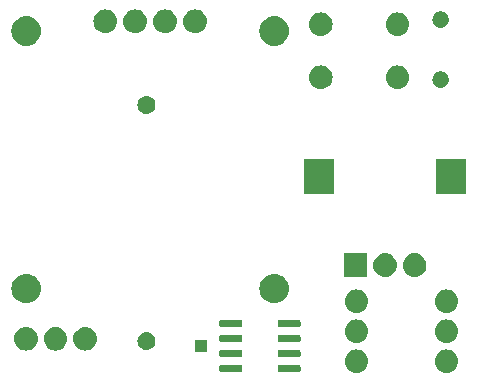
<source format=gts>
%TF.GenerationSoftware,KiCad,Pcbnew,7.0.10*%
%TF.CreationDate,2024-03-16T13:48:46+09:00*%
%TF.ProjectId,damecan,64616d65-6361-46e2-9e6b-696361645f70,rev?*%
%TF.SameCoordinates,Original*%
%TF.FileFunction,Soldermask,Top*%
%TF.FilePolarity,Negative*%
%FSLAX46Y46*%
G04 Gerber Fmt 4.6, Leading zero omitted, Abs format (unit mm)*
G04 Created by KiCad (PCBNEW 7.0.10) date 2024-03-16 13:48:46*
%MOMM*%
%LPD*%
G01*
G04 APERTURE LIST*
G04 APERTURE END LIST*
G36*
X186275090Y-97199215D02*
G01*
X186462683Y-97256120D01*
X186635570Y-97348530D01*
X186787107Y-97472893D01*
X186911470Y-97624430D01*
X187003880Y-97797317D01*
X187060785Y-97984910D01*
X187080000Y-98180000D01*
X187060785Y-98375090D01*
X187003880Y-98562683D01*
X186911470Y-98735570D01*
X186787107Y-98887107D01*
X186635570Y-99011470D01*
X186462683Y-99103880D01*
X186275090Y-99160785D01*
X186080000Y-99180000D01*
X185884910Y-99160785D01*
X185697317Y-99103880D01*
X185524430Y-99011470D01*
X185372893Y-98887107D01*
X185248530Y-98735570D01*
X185156120Y-98562683D01*
X185099215Y-98375090D01*
X185080000Y-98180000D01*
X185099215Y-97984910D01*
X185156120Y-97797317D01*
X185248530Y-97624430D01*
X185372893Y-97472893D01*
X185524430Y-97348530D01*
X185697317Y-97256120D01*
X185884910Y-97199215D01*
X186080000Y-97180000D01*
X186275090Y-97199215D01*
G37*
G36*
X193895090Y-97199215D02*
G01*
X194082683Y-97256120D01*
X194255570Y-97348530D01*
X194407107Y-97472893D01*
X194531470Y-97624430D01*
X194623880Y-97797317D01*
X194680785Y-97984910D01*
X194700000Y-98180000D01*
X194680785Y-98375090D01*
X194623880Y-98562683D01*
X194531470Y-98735570D01*
X194407107Y-98887107D01*
X194255570Y-99011470D01*
X194082683Y-99103880D01*
X193895090Y-99160785D01*
X193700000Y-99180000D01*
X193504910Y-99160785D01*
X193317317Y-99103880D01*
X193144430Y-99011470D01*
X192992893Y-98887107D01*
X192868530Y-98735570D01*
X192776120Y-98562683D01*
X192719215Y-98375090D01*
X192700000Y-98180000D01*
X192719215Y-97984910D01*
X192776120Y-97797317D01*
X192868530Y-97624430D01*
X192992893Y-97472893D01*
X193144430Y-97348530D01*
X193317317Y-97256120D01*
X193504910Y-97199215D01*
X193700000Y-97180000D01*
X193895090Y-97199215D01*
G37*
G36*
X176307403Y-98516418D02*
G01*
X176356066Y-98548934D01*
X176388582Y-98597597D01*
X176400000Y-98655000D01*
X176400000Y-98955000D01*
X176388582Y-99012403D01*
X176356066Y-99061066D01*
X176307403Y-99093582D01*
X176250000Y-99105000D01*
X174600000Y-99105000D01*
X174542597Y-99093582D01*
X174493934Y-99061066D01*
X174461418Y-99012403D01*
X174450000Y-98955000D01*
X174450000Y-98655000D01*
X174461418Y-98597597D01*
X174493934Y-98548934D01*
X174542597Y-98516418D01*
X174600000Y-98505000D01*
X176250000Y-98505000D01*
X176307403Y-98516418D01*
G37*
G36*
X181257403Y-98516418D02*
G01*
X181306066Y-98548934D01*
X181338582Y-98597597D01*
X181350000Y-98655000D01*
X181350000Y-98955000D01*
X181338582Y-99012403D01*
X181306066Y-99061066D01*
X181257403Y-99093582D01*
X181200000Y-99105000D01*
X179550000Y-99105000D01*
X179492597Y-99093582D01*
X179443934Y-99061066D01*
X179411418Y-99012403D01*
X179400000Y-98955000D01*
X179400000Y-98655000D01*
X179411418Y-98597597D01*
X179443934Y-98548934D01*
X179492597Y-98516418D01*
X179550000Y-98505000D01*
X181200000Y-98505000D01*
X181257403Y-98516418D01*
G37*
G36*
X176307403Y-97246418D02*
G01*
X176356066Y-97278934D01*
X176388582Y-97327597D01*
X176400000Y-97385000D01*
X176400000Y-97685000D01*
X176388582Y-97742403D01*
X176356066Y-97791066D01*
X176307403Y-97823582D01*
X176250000Y-97835000D01*
X174600000Y-97835000D01*
X174542597Y-97823582D01*
X174493934Y-97791066D01*
X174461418Y-97742403D01*
X174450000Y-97685000D01*
X174450000Y-97385000D01*
X174461418Y-97327597D01*
X174493934Y-97278934D01*
X174542597Y-97246418D01*
X174600000Y-97235000D01*
X176250000Y-97235000D01*
X176307403Y-97246418D01*
G37*
G36*
X181257403Y-97246418D02*
G01*
X181306066Y-97278934D01*
X181338582Y-97327597D01*
X181350000Y-97385000D01*
X181350000Y-97685000D01*
X181338582Y-97742403D01*
X181306066Y-97791066D01*
X181257403Y-97823582D01*
X181200000Y-97835000D01*
X179550000Y-97835000D01*
X179492597Y-97823582D01*
X179443934Y-97791066D01*
X179411418Y-97742403D01*
X179400000Y-97685000D01*
X179400000Y-97385000D01*
X179411418Y-97327597D01*
X179443934Y-97278934D01*
X179492597Y-97246418D01*
X179550000Y-97235000D01*
X181200000Y-97235000D01*
X181257403Y-97246418D01*
G37*
G36*
X173400000Y-97400000D02*
G01*
X172400000Y-97400000D01*
X172400000Y-96400000D01*
X173400000Y-96400000D01*
X173400000Y-97400000D01*
G37*
G36*
X158295090Y-95319215D02*
G01*
X158482683Y-95376120D01*
X158655570Y-95468530D01*
X158807107Y-95592893D01*
X158931470Y-95744430D01*
X159023880Y-95917317D01*
X159080785Y-96104910D01*
X159100000Y-96300000D01*
X159080785Y-96495090D01*
X159023880Y-96682683D01*
X158931470Y-96855570D01*
X158807107Y-97007107D01*
X158655570Y-97131470D01*
X158482683Y-97223880D01*
X158295090Y-97280785D01*
X158100000Y-97300000D01*
X157904910Y-97280785D01*
X157717317Y-97223880D01*
X157544430Y-97131470D01*
X157392893Y-97007107D01*
X157268530Y-96855570D01*
X157176120Y-96682683D01*
X157119215Y-96495090D01*
X157100000Y-96300000D01*
X157119215Y-96104910D01*
X157176120Y-95917317D01*
X157268530Y-95744430D01*
X157392893Y-95592893D01*
X157544430Y-95468530D01*
X157717317Y-95376120D01*
X157904910Y-95319215D01*
X158100000Y-95300000D01*
X158295090Y-95319215D01*
G37*
G36*
X160795090Y-95319215D02*
G01*
X160982683Y-95376120D01*
X161155570Y-95468530D01*
X161307107Y-95592893D01*
X161431470Y-95744430D01*
X161523880Y-95917317D01*
X161580785Y-96104910D01*
X161600000Y-96300000D01*
X161580785Y-96495090D01*
X161523880Y-96682683D01*
X161431470Y-96855570D01*
X161307107Y-97007107D01*
X161155570Y-97131470D01*
X160982683Y-97223880D01*
X160795090Y-97280785D01*
X160600000Y-97300000D01*
X160404910Y-97280785D01*
X160217317Y-97223880D01*
X160044430Y-97131470D01*
X159892893Y-97007107D01*
X159768530Y-96855570D01*
X159676120Y-96682683D01*
X159619215Y-96495090D01*
X159600000Y-96300000D01*
X159619215Y-96104910D01*
X159676120Y-95917317D01*
X159768530Y-95744430D01*
X159892893Y-95592893D01*
X160044430Y-95468530D01*
X160217317Y-95376120D01*
X160404910Y-95319215D01*
X160600000Y-95300000D01*
X160795090Y-95319215D01*
G37*
G36*
X163295090Y-95319215D02*
G01*
X163482683Y-95376120D01*
X163655570Y-95468530D01*
X163807107Y-95592893D01*
X163931470Y-95744430D01*
X164023880Y-95917317D01*
X164080785Y-96104910D01*
X164100000Y-96300000D01*
X164080785Y-96495090D01*
X164023880Y-96682683D01*
X163931470Y-96855570D01*
X163807107Y-97007107D01*
X163655570Y-97131470D01*
X163482683Y-97223880D01*
X163295090Y-97280785D01*
X163100000Y-97300000D01*
X162904910Y-97280785D01*
X162717317Y-97223880D01*
X162544430Y-97131470D01*
X162392893Y-97007107D01*
X162268530Y-96855570D01*
X162176120Y-96682683D01*
X162119215Y-96495090D01*
X162100000Y-96300000D01*
X162119215Y-96104910D01*
X162176120Y-95917317D01*
X162268530Y-95744430D01*
X162392893Y-95592893D01*
X162544430Y-95468530D01*
X162717317Y-95376120D01*
X162904910Y-95319215D01*
X163100000Y-95300000D01*
X163295090Y-95319215D01*
G37*
G36*
X168469561Y-95757105D02*
G01*
X168630619Y-95813462D01*
X168775099Y-95904244D01*
X168895756Y-96024901D01*
X168986538Y-96169381D01*
X169042895Y-96330439D01*
X169062000Y-96500000D01*
X169042895Y-96669561D01*
X168986538Y-96830619D01*
X168895756Y-96975099D01*
X168775099Y-97095756D01*
X168630619Y-97186538D01*
X168469561Y-97242895D01*
X168300000Y-97262000D01*
X168130439Y-97242895D01*
X167969381Y-97186538D01*
X167824901Y-97095756D01*
X167704244Y-96975099D01*
X167613462Y-96830619D01*
X167557105Y-96669561D01*
X167538000Y-96500000D01*
X167557105Y-96330439D01*
X167613462Y-96169381D01*
X167704244Y-96024901D01*
X167824901Y-95904244D01*
X167969381Y-95813462D01*
X168130439Y-95757105D01*
X168300000Y-95738000D01*
X168469561Y-95757105D01*
G37*
G36*
X186275090Y-94659215D02*
G01*
X186462683Y-94716120D01*
X186635570Y-94808530D01*
X186787107Y-94932893D01*
X186911470Y-95084430D01*
X187003880Y-95257317D01*
X187060785Y-95444910D01*
X187080000Y-95640000D01*
X187060785Y-95835090D01*
X187003880Y-96022683D01*
X186911470Y-96195570D01*
X186787107Y-96347107D01*
X186635570Y-96471470D01*
X186462683Y-96563880D01*
X186275090Y-96620785D01*
X186080000Y-96640000D01*
X185884910Y-96620785D01*
X185697317Y-96563880D01*
X185524430Y-96471470D01*
X185372893Y-96347107D01*
X185248530Y-96195570D01*
X185156120Y-96022683D01*
X185099215Y-95835090D01*
X185080000Y-95640000D01*
X185099215Y-95444910D01*
X185156120Y-95257317D01*
X185248530Y-95084430D01*
X185372893Y-94932893D01*
X185524430Y-94808530D01*
X185697317Y-94716120D01*
X185884910Y-94659215D01*
X186080000Y-94640000D01*
X186275090Y-94659215D01*
G37*
G36*
X193895090Y-94659215D02*
G01*
X194082683Y-94716120D01*
X194255570Y-94808530D01*
X194407107Y-94932893D01*
X194531470Y-95084430D01*
X194623880Y-95257317D01*
X194680785Y-95444910D01*
X194700000Y-95640000D01*
X194680785Y-95835090D01*
X194623880Y-96022683D01*
X194531470Y-96195570D01*
X194407107Y-96347107D01*
X194255570Y-96471470D01*
X194082683Y-96563880D01*
X193895090Y-96620785D01*
X193700000Y-96640000D01*
X193504910Y-96620785D01*
X193317317Y-96563880D01*
X193144430Y-96471470D01*
X192992893Y-96347107D01*
X192868530Y-96195570D01*
X192776120Y-96022683D01*
X192719215Y-95835090D01*
X192700000Y-95640000D01*
X192719215Y-95444910D01*
X192776120Y-95257317D01*
X192868530Y-95084430D01*
X192992893Y-94932893D01*
X193144430Y-94808530D01*
X193317317Y-94716120D01*
X193504910Y-94659215D01*
X193700000Y-94640000D01*
X193895090Y-94659215D01*
G37*
G36*
X176307403Y-95976418D02*
G01*
X176356066Y-96008934D01*
X176388582Y-96057597D01*
X176400000Y-96115000D01*
X176400000Y-96415000D01*
X176388582Y-96472403D01*
X176356066Y-96521066D01*
X176307403Y-96553582D01*
X176250000Y-96565000D01*
X174600000Y-96565000D01*
X174542597Y-96553582D01*
X174493934Y-96521066D01*
X174461418Y-96472403D01*
X174450000Y-96415000D01*
X174450000Y-96115000D01*
X174461418Y-96057597D01*
X174493934Y-96008934D01*
X174542597Y-95976418D01*
X174600000Y-95965000D01*
X176250000Y-95965000D01*
X176307403Y-95976418D01*
G37*
G36*
X181257403Y-95976418D02*
G01*
X181306066Y-96008934D01*
X181338582Y-96057597D01*
X181350000Y-96115000D01*
X181350000Y-96415000D01*
X181338582Y-96472403D01*
X181306066Y-96521066D01*
X181257403Y-96553582D01*
X181200000Y-96565000D01*
X179550000Y-96565000D01*
X179492597Y-96553582D01*
X179443934Y-96521066D01*
X179411418Y-96472403D01*
X179400000Y-96415000D01*
X179400000Y-96115000D01*
X179411418Y-96057597D01*
X179443934Y-96008934D01*
X179492597Y-95976418D01*
X179550000Y-95965000D01*
X181200000Y-95965000D01*
X181257403Y-95976418D01*
G37*
G36*
X176307403Y-94706418D02*
G01*
X176356066Y-94738934D01*
X176388582Y-94787597D01*
X176400000Y-94845000D01*
X176400000Y-95145000D01*
X176388582Y-95202403D01*
X176356066Y-95251066D01*
X176307403Y-95283582D01*
X176250000Y-95295000D01*
X174600000Y-95295000D01*
X174542597Y-95283582D01*
X174493934Y-95251066D01*
X174461418Y-95202403D01*
X174450000Y-95145000D01*
X174450000Y-94845000D01*
X174461418Y-94787597D01*
X174493934Y-94738934D01*
X174542597Y-94706418D01*
X174600000Y-94695000D01*
X176250000Y-94695000D01*
X176307403Y-94706418D01*
G37*
G36*
X181257403Y-94706418D02*
G01*
X181306066Y-94738934D01*
X181338582Y-94787597D01*
X181350000Y-94845000D01*
X181350000Y-95145000D01*
X181338582Y-95202403D01*
X181306066Y-95251066D01*
X181257403Y-95283582D01*
X181200000Y-95295000D01*
X179550000Y-95295000D01*
X179492597Y-95283582D01*
X179443934Y-95251066D01*
X179411418Y-95202403D01*
X179400000Y-95145000D01*
X179400000Y-94845000D01*
X179411418Y-94787597D01*
X179443934Y-94738934D01*
X179492597Y-94706418D01*
X179550000Y-94695000D01*
X181200000Y-94695000D01*
X181257403Y-94706418D01*
G37*
G36*
X186275090Y-92119215D02*
G01*
X186462683Y-92176120D01*
X186635570Y-92268530D01*
X186787107Y-92392893D01*
X186911470Y-92544430D01*
X187003880Y-92717317D01*
X187060785Y-92904910D01*
X187080000Y-93100000D01*
X187060785Y-93295090D01*
X187003880Y-93482683D01*
X186911470Y-93655570D01*
X186787107Y-93807107D01*
X186635570Y-93931470D01*
X186462683Y-94023880D01*
X186275090Y-94080785D01*
X186080000Y-94100000D01*
X185884910Y-94080785D01*
X185697317Y-94023880D01*
X185524430Y-93931470D01*
X185372893Y-93807107D01*
X185248530Y-93655570D01*
X185156120Y-93482683D01*
X185099215Y-93295090D01*
X185080000Y-93100000D01*
X185099215Y-92904910D01*
X185156120Y-92717317D01*
X185248530Y-92544430D01*
X185372893Y-92392893D01*
X185524430Y-92268530D01*
X185697317Y-92176120D01*
X185884910Y-92119215D01*
X186080000Y-92100000D01*
X186275090Y-92119215D01*
G37*
G36*
X193895090Y-92119215D02*
G01*
X194082683Y-92176120D01*
X194255570Y-92268530D01*
X194407107Y-92392893D01*
X194531470Y-92544430D01*
X194623880Y-92717317D01*
X194680785Y-92904910D01*
X194700000Y-93100000D01*
X194680785Y-93295090D01*
X194623880Y-93482683D01*
X194531470Y-93655570D01*
X194407107Y-93807107D01*
X194255570Y-93931470D01*
X194082683Y-94023880D01*
X193895090Y-94080785D01*
X193700000Y-94100000D01*
X193504910Y-94080785D01*
X193317317Y-94023880D01*
X193144430Y-93931470D01*
X192992893Y-93807107D01*
X192868530Y-93655570D01*
X192776120Y-93482683D01*
X192719215Y-93295090D01*
X192700000Y-93100000D01*
X192719215Y-92904910D01*
X192776120Y-92717317D01*
X192868530Y-92544430D01*
X192992893Y-92392893D01*
X193144430Y-92268530D01*
X193317317Y-92176120D01*
X193504910Y-92119215D01*
X193700000Y-92100000D01*
X193895090Y-92119215D01*
G37*
G36*
X158327060Y-90798990D02*
G01*
X158537525Y-90855384D01*
X158735000Y-90947468D01*
X158913485Y-91072444D01*
X159067556Y-91226515D01*
X159192532Y-91405000D01*
X159284616Y-91602475D01*
X159341010Y-91812940D01*
X159360000Y-92030000D01*
X159341010Y-92247060D01*
X159284616Y-92457525D01*
X159192532Y-92655000D01*
X159067556Y-92833485D01*
X158913485Y-92987556D01*
X158735000Y-93112532D01*
X158537525Y-93204616D01*
X158327060Y-93261010D01*
X158110000Y-93280000D01*
X157892940Y-93261010D01*
X157682475Y-93204616D01*
X157485000Y-93112532D01*
X157306515Y-92987556D01*
X157152444Y-92833485D01*
X157027468Y-92655000D01*
X156935384Y-92457525D01*
X156878990Y-92247060D01*
X156860000Y-92030000D01*
X156878990Y-91812940D01*
X156935384Y-91602475D01*
X157027468Y-91405000D01*
X157152444Y-91226515D01*
X157306515Y-91072444D01*
X157485000Y-90947468D01*
X157682475Y-90855384D01*
X157892940Y-90798990D01*
X158110000Y-90780000D01*
X158327060Y-90798990D01*
G37*
G36*
X179327060Y-90798990D02*
G01*
X179537525Y-90855384D01*
X179735000Y-90947468D01*
X179913485Y-91072444D01*
X180067556Y-91226515D01*
X180192532Y-91405000D01*
X180284616Y-91602475D01*
X180341010Y-91812940D01*
X180360000Y-92030000D01*
X180341010Y-92247060D01*
X180284616Y-92457525D01*
X180192532Y-92655000D01*
X180067556Y-92833485D01*
X179913485Y-92987556D01*
X179735000Y-93112532D01*
X179537525Y-93204616D01*
X179327060Y-93261010D01*
X179110000Y-93280000D01*
X178892940Y-93261010D01*
X178682475Y-93204616D01*
X178485000Y-93112532D01*
X178306515Y-92987556D01*
X178152444Y-92833485D01*
X178027468Y-92655000D01*
X177935384Y-92457525D01*
X177878990Y-92247060D01*
X177860000Y-92030000D01*
X177878990Y-91812940D01*
X177935384Y-91602475D01*
X178027468Y-91405000D01*
X178152444Y-91226515D01*
X178306515Y-91072444D01*
X178485000Y-90947468D01*
X178682475Y-90855384D01*
X178892940Y-90798990D01*
X179110000Y-90780000D01*
X179327060Y-90798990D01*
G37*
G36*
X187000000Y-91050000D02*
G01*
X185000000Y-91050000D01*
X185000000Y-89050000D01*
X187000000Y-89050000D01*
X187000000Y-91050000D01*
G37*
G36*
X188695090Y-89069215D02*
G01*
X188882683Y-89126120D01*
X189055570Y-89218530D01*
X189207107Y-89342893D01*
X189331470Y-89494430D01*
X189423880Y-89667317D01*
X189480785Y-89854910D01*
X189500000Y-90050000D01*
X189480785Y-90245090D01*
X189423880Y-90432683D01*
X189331470Y-90605570D01*
X189207107Y-90757107D01*
X189055570Y-90881470D01*
X188882683Y-90973880D01*
X188695090Y-91030785D01*
X188500000Y-91050000D01*
X188304910Y-91030785D01*
X188117317Y-90973880D01*
X187944430Y-90881470D01*
X187792893Y-90757107D01*
X187668530Y-90605570D01*
X187576120Y-90432683D01*
X187519215Y-90245090D01*
X187500000Y-90050000D01*
X187519215Y-89854910D01*
X187576120Y-89667317D01*
X187668530Y-89494430D01*
X187792893Y-89342893D01*
X187944430Y-89218530D01*
X188117317Y-89126120D01*
X188304910Y-89069215D01*
X188500000Y-89050000D01*
X188695090Y-89069215D01*
G37*
G36*
X191195090Y-89069215D02*
G01*
X191382683Y-89126120D01*
X191555570Y-89218530D01*
X191707107Y-89342893D01*
X191831470Y-89494430D01*
X191923880Y-89667317D01*
X191980785Y-89854910D01*
X192000000Y-90050000D01*
X191980785Y-90245090D01*
X191923880Y-90432683D01*
X191831470Y-90605570D01*
X191707107Y-90757107D01*
X191555570Y-90881470D01*
X191382683Y-90973880D01*
X191195090Y-91030785D01*
X191000000Y-91050000D01*
X190804910Y-91030785D01*
X190617317Y-90973880D01*
X190444430Y-90881470D01*
X190292893Y-90757107D01*
X190168530Y-90605570D01*
X190076120Y-90432683D01*
X190019215Y-90245090D01*
X190000000Y-90050000D01*
X190019215Y-89854910D01*
X190076120Y-89667317D01*
X190168530Y-89494430D01*
X190292893Y-89342893D01*
X190444430Y-89218530D01*
X190617317Y-89126120D01*
X190804910Y-89069215D01*
X191000000Y-89050000D01*
X191195090Y-89069215D01*
G37*
G36*
X184150000Y-84050000D02*
G01*
X181650000Y-84050000D01*
X181650000Y-81050000D01*
X184150000Y-81050000D01*
X184150000Y-84050000D01*
G37*
G36*
X195350000Y-84050000D02*
G01*
X192850000Y-84050000D01*
X192850000Y-81050000D01*
X195350000Y-81050000D01*
X195350000Y-84050000D01*
G37*
G36*
X168469561Y-75757105D02*
G01*
X168630619Y-75813462D01*
X168775099Y-75904244D01*
X168895756Y-76024901D01*
X168986538Y-76169381D01*
X169042895Y-76330439D01*
X169062000Y-76500000D01*
X169042895Y-76669561D01*
X168986538Y-76830619D01*
X168895756Y-76975099D01*
X168775099Y-77095756D01*
X168630619Y-77186538D01*
X168469561Y-77242895D01*
X168300000Y-77262000D01*
X168130439Y-77242895D01*
X167969381Y-77186538D01*
X167824901Y-77095756D01*
X167704244Y-76975099D01*
X167613462Y-76830619D01*
X167557105Y-76669561D01*
X167538000Y-76500000D01*
X167557105Y-76330439D01*
X167613462Y-76169381D01*
X167704244Y-76024901D01*
X167824901Y-75904244D01*
X167969381Y-75813462D01*
X168130439Y-75757105D01*
X168300000Y-75738000D01*
X168469561Y-75757105D01*
G37*
G36*
X183245090Y-73169215D02*
G01*
X183432683Y-73226120D01*
X183605570Y-73318530D01*
X183757107Y-73442893D01*
X183881470Y-73594430D01*
X183973880Y-73767317D01*
X184030785Y-73954910D01*
X184050000Y-74150000D01*
X184030785Y-74345090D01*
X183973880Y-74532683D01*
X183881470Y-74705570D01*
X183757107Y-74857107D01*
X183605570Y-74981470D01*
X183432683Y-75073880D01*
X183245090Y-75130785D01*
X183050000Y-75150000D01*
X182854910Y-75130785D01*
X182667317Y-75073880D01*
X182494430Y-74981470D01*
X182342893Y-74857107D01*
X182218530Y-74705570D01*
X182126120Y-74532683D01*
X182069215Y-74345090D01*
X182050000Y-74150000D01*
X182069215Y-73954910D01*
X182126120Y-73767317D01*
X182218530Y-73594430D01*
X182342893Y-73442893D01*
X182494430Y-73318530D01*
X182667317Y-73226120D01*
X182854910Y-73169215D01*
X183050000Y-73150000D01*
X183245090Y-73169215D01*
G37*
G36*
X189745090Y-73169215D02*
G01*
X189932683Y-73226120D01*
X190105570Y-73318530D01*
X190257107Y-73442893D01*
X190381470Y-73594430D01*
X190473880Y-73767317D01*
X190530785Y-73954910D01*
X190550000Y-74150000D01*
X190530785Y-74345090D01*
X190473880Y-74532683D01*
X190381470Y-74705570D01*
X190257107Y-74857107D01*
X190105570Y-74981470D01*
X189932683Y-75073880D01*
X189745090Y-75130785D01*
X189550000Y-75150000D01*
X189354910Y-75130785D01*
X189167317Y-75073880D01*
X188994430Y-74981470D01*
X188842893Y-74857107D01*
X188718530Y-74705570D01*
X188626120Y-74532683D01*
X188569215Y-74345090D01*
X188550000Y-74150000D01*
X188569215Y-73954910D01*
X188626120Y-73767317D01*
X188718530Y-73594430D01*
X188842893Y-73442893D01*
X188994430Y-73318530D01*
X189167317Y-73226120D01*
X189354910Y-73169215D01*
X189550000Y-73150000D01*
X189745090Y-73169215D01*
G37*
G36*
X193242449Y-73645104D02*
G01*
X193284376Y-73645104D01*
X193319681Y-73653806D01*
X193355695Y-73657864D01*
X193402284Y-73674165D01*
X193448223Y-73685489D01*
X193475385Y-73699744D01*
X193503576Y-73709609D01*
X193551216Y-73739543D01*
X193597645Y-73763911D01*
X193616303Y-73780440D01*
X193636245Y-73792971D01*
X193681269Y-73837995D01*
X193723958Y-73875814D01*
X193734810Y-73891536D01*
X193747028Y-73903754D01*
X193785446Y-73964896D01*
X193819819Y-74014694D01*
X193824511Y-74027068D01*
X193830390Y-74036423D01*
X193858180Y-74115844D01*
X193879659Y-74172479D01*
X193880542Y-74179751D01*
X193882135Y-74184304D01*
X193895531Y-74303195D01*
X193900000Y-74340000D01*
X193895530Y-74376807D01*
X193882135Y-74495695D01*
X193880542Y-74500246D01*
X193879659Y-74507521D01*
X193858175Y-74564167D01*
X193830390Y-74643576D01*
X193824512Y-74652929D01*
X193819819Y-74665306D01*
X193785439Y-74715113D01*
X193747028Y-74776245D01*
X193734812Y-74788460D01*
X193723958Y-74804186D01*
X193681260Y-74842012D01*
X193636245Y-74887028D01*
X193616307Y-74899555D01*
X193597645Y-74916089D01*
X193551206Y-74940461D01*
X193503576Y-74970390D01*
X193475391Y-74980252D01*
X193448223Y-74994511D01*
X193402274Y-75005836D01*
X193355695Y-75022135D01*
X193319689Y-75026191D01*
X193284376Y-75034896D01*
X193242440Y-75034896D01*
X193200000Y-75039678D01*
X193157559Y-75034896D01*
X193115624Y-75034896D01*
X193080311Y-75026192D01*
X193044304Y-75022135D01*
X192997722Y-75005835D01*
X192951777Y-74994511D01*
X192924610Y-74980253D01*
X192896423Y-74970390D01*
X192848787Y-74940458D01*
X192802355Y-74916089D01*
X192783695Y-74899558D01*
X192763754Y-74887028D01*
X192718730Y-74842004D01*
X192676042Y-74804186D01*
X192665189Y-74788463D01*
X192652971Y-74776245D01*
X192614548Y-74715097D01*
X192580181Y-74665306D01*
X192575488Y-74652933D01*
X192569609Y-74643576D01*
X192541811Y-74564133D01*
X192520341Y-74507521D01*
X192519458Y-74500251D01*
X192517864Y-74495695D01*
X192504455Y-74376693D01*
X192500000Y-74340000D01*
X192504455Y-74303309D01*
X192517864Y-74184304D01*
X192519458Y-74179747D01*
X192520341Y-74172479D01*
X192541806Y-74115878D01*
X192569609Y-74036423D01*
X192575489Y-74027064D01*
X192580181Y-74014694D01*
X192614541Y-73964913D01*
X192652971Y-73903754D01*
X192665192Y-73891532D01*
X192676042Y-73875814D01*
X192718721Y-73838003D01*
X192763754Y-73792971D01*
X192783699Y-73780438D01*
X192802355Y-73763911D01*
X192848777Y-73739546D01*
X192896423Y-73709609D01*
X192924616Y-73699743D01*
X192951777Y-73685489D01*
X192997712Y-73674166D01*
X193044304Y-73657864D01*
X193080318Y-73653806D01*
X193115624Y-73645104D01*
X193157550Y-73645104D01*
X193200000Y-73640321D01*
X193242449Y-73645104D01*
G37*
G36*
X158327060Y-68998990D02*
G01*
X158537525Y-69055384D01*
X158735000Y-69147468D01*
X158913485Y-69272444D01*
X159067556Y-69426515D01*
X159192532Y-69605000D01*
X159284616Y-69802475D01*
X159341010Y-70012940D01*
X159360000Y-70230000D01*
X159341010Y-70447060D01*
X159284616Y-70657525D01*
X159192532Y-70855000D01*
X159067556Y-71033485D01*
X158913485Y-71187556D01*
X158735000Y-71312532D01*
X158537525Y-71404616D01*
X158327060Y-71461010D01*
X158110000Y-71480000D01*
X157892940Y-71461010D01*
X157682475Y-71404616D01*
X157485000Y-71312532D01*
X157306515Y-71187556D01*
X157152444Y-71033485D01*
X157027468Y-70855000D01*
X156935384Y-70657525D01*
X156878990Y-70447060D01*
X156860000Y-70230000D01*
X156878990Y-70012940D01*
X156935384Y-69802475D01*
X157027468Y-69605000D01*
X157152444Y-69426515D01*
X157306515Y-69272444D01*
X157485000Y-69147468D01*
X157682475Y-69055384D01*
X157892940Y-68998990D01*
X158110000Y-68980000D01*
X158327060Y-68998990D01*
G37*
G36*
X179327060Y-68998990D02*
G01*
X179537525Y-69055384D01*
X179735000Y-69147468D01*
X179913485Y-69272444D01*
X180067556Y-69426515D01*
X180192532Y-69605000D01*
X180284616Y-69802475D01*
X180341010Y-70012940D01*
X180360000Y-70230000D01*
X180341010Y-70447060D01*
X180284616Y-70657525D01*
X180192532Y-70855000D01*
X180067556Y-71033485D01*
X179913485Y-71187556D01*
X179735000Y-71312532D01*
X179537525Y-71404616D01*
X179327060Y-71461010D01*
X179110000Y-71480000D01*
X178892940Y-71461010D01*
X178682475Y-71404616D01*
X178485000Y-71312532D01*
X178306515Y-71187556D01*
X178152444Y-71033485D01*
X178027468Y-70855000D01*
X177935384Y-70657525D01*
X177878990Y-70447060D01*
X177860000Y-70230000D01*
X177878990Y-70012940D01*
X177935384Y-69802475D01*
X178027468Y-69605000D01*
X178152444Y-69426515D01*
X178306515Y-69272444D01*
X178485000Y-69147468D01*
X178682475Y-69055384D01*
X178892940Y-68998990D01*
X179110000Y-68980000D01*
X179327060Y-68998990D01*
G37*
G36*
X183245090Y-68669215D02*
G01*
X183432683Y-68726120D01*
X183605570Y-68818530D01*
X183757107Y-68942893D01*
X183881470Y-69094430D01*
X183973880Y-69267317D01*
X184030785Y-69454910D01*
X184050000Y-69650000D01*
X184030785Y-69845090D01*
X183973880Y-70032683D01*
X183881470Y-70205570D01*
X183757107Y-70357107D01*
X183605570Y-70481470D01*
X183432683Y-70573880D01*
X183245090Y-70630785D01*
X183050000Y-70650000D01*
X182854910Y-70630785D01*
X182667317Y-70573880D01*
X182494430Y-70481470D01*
X182342893Y-70357107D01*
X182218530Y-70205570D01*
X182126120Y-70032683D01*
X182069215Y-69845090D01*
X182050000Y-69650000D01*
X182069215Y-69454910D01*
X182126120Y-69267317D01*
X182218530Y-69094430D01*
X182342893Y-68942893D01*
X182494430Y-68818530D01*
X182667317Y-68726120D01*
X182854910Y-68669215D01*
X183050000Y-68650000D01*
X183245090Y-68669215D01*
G37*
G36*
X189745090Y-68669215D02*
G01*
X189932683Y-68726120D01*
X190105570Y-68818530D01*
X190257107Y-68942893D01*
X190381470Y-69094430D01*
X190473880Y-69267317D01*
X190530785Y-69454910D01*
X190550000Y-69650000D01*
X190530785Y-69845090D01*
X190473880Y-70032683D01*
X190381470Y-70205570D01*
X190257107Y-70357107D01*
X190105570Y-70481470D01*
X189932683Y-70573880D01*
X189745090Y-70630785D01*
X189550000Y-70650000D01*
X189354910Y-70630785D01*
X189167317Y-70573880D01*
X188994430Y-70481470D01*
X188842893Y-70357107D01*
X188718530Y-70205570D01*
X188626120Y-70032683D01*
X188569215Y-69845090D01*
X188550000Y-69650000D01*
X188569215Y-69454910D01*
X188626120Y-69267317D01*
X188718530Y-69094430D01*
X188842893Y-68942893D01*
X188994430Y-68818530D01*
X189167317Y-68726120D01*
X189354910Y-68669215D01*
X189550000Y-68650000D01*
X189745090Y-68669215D01*
G37*
G36*
X164995090Y-68419215D02*
G01*
X165182683Y-68476120D01*
X165355570Y-68568530D01*
X165507107Y-68692893D01*
X165631470Y-68844430D01*
X165723880Y-69017317D01*
X165780785Y-69204910D01*
X165800000Y-69400000D01*
X165780785Y-69595090D01*
X165723880Y-69782683D01*
X165631470Y-69955570D01*
X165507107Y-70107107D01*
X165355570Y-70231470D01*
X165182683Y-70323880D01*
X164995090Y-70380785D01*
X164800000Y-70400000D01*
X164604910Y-70380785D01*
X164417317Y-70323880D01*
X164244430Y-70231470D01*
X164092893Y-70107107D01*
X163968530Y-69955570D01*
X163876120Y-69782683D01*
X163819215Y-69595090D01*
X163800000Y-69400000D01*
X163819215Y-69204910D01*
X163876120Y-69017317D01*
X163968530Y-68844430D01*
X164092893Y-68692893D01*
X164244430Y-68568530D01*
X164417317Y-68476120D01*
X164604910Y-68419215D01*
X164800000Y-68400000D01*
X164995090Y-68419215D01*
G37*
G36*
X167525090Y-68419215D02*
G01*
X167712683Y-68476120D01*
X167885570Y-68568530D01*
X168037107Y-68692893D01*
X168161470Y-68844430D01*
X168253880Y-69017317D01*
X168310785Y-69204910D01*
X168330000Y-69400000D01*
X168310785Y-69595090D01*
X168253880Y-69782683D01*
X168161470Y-69955570D01*
X168037107Y-70107107D01*
X167885570Y-70231470D01*
X167712683Y-70323880D01*
X167525090Y-70380785D01*
X167330000Y-70400000D01*
X167134910Y-70380785D01*
X166947317Y-70323880D01*
X166774430Y-70231470D01*
X166622893Y-70107107D01*
X166498530Y-69955570D01*
X166406120Y-69782683D01*
X166349215Y-69595090D01*
X166330000Y-69400000D01*
X166349215Y-69204910D01*
X166406120Y-69017317D01*
X166498530Y-68844430D01*
X166622893Y-68692893D01*
X166774430Y-68568530D01*
X166947317Y-68476120D01*
X167134910Y-68419215D01*
X167330000Y-68400000D01*
X167525090Y-68419215D01*
G37*
G36*
X170065090Y-68419215D02*
G01*
X170252683Y-68476120D01*
X170425570Y-68568530D01*
X170577107Y-68692893D01*
X170701470Y-68844430D01*
X170793880Y-69017317D01*
X170850785Y-69204910D01*
X170870000Y-69400000D01*
X170850785Y-69595090D01*
X170793880Y-69782683D01*
X170701470Y-69955570D01*
X170577107Y-70107107D01*
X170425570Y-70231470D01*
X170252683Y-70323880D01*
X170065090Y-70380785D01*
X169870000Y-70400000D01*
X169674910Y-70380785D01*
X169487317Y-70323880D01*
X169314430Y-70231470D01*
X169162893Y-70107107D01*
X169038530Y-69955570D01*
X168946120Y-69782683D01*
X168889215Y-69595090D01*
X168870000Y-69400000D01*
X168889215Y-69204910D01*
X168946120Y-69017317D01*
X169038530Y-68844430D01*
X169162893Y-68692893D01*
X169314430Y-68568530D01*
X169487317Y-68476120D01*
X169674910Y-68419215D01*
X169870000Y-68400000D01*
X170065090Y-68419215D01*
G37*
G36*
X172605090Y-68419215D02*
G01*
X172792683Y-68476120D01*
X172965570Y-68568530D01*
X173117107Y-68692893D01*
X173241470Y-68844430D01*
X173333880Y-69017317D01*
X173390785Y-69204910D01*
X173410000Y-69400000D01*
X173390785Y-69595090D01*
X173333880Y-69782683D01*
X173241470Y-69955570D01*
X173117107Y-70107107D01*
X172965570Y-70231470D01*
X172792683Y-70323880D01*
X172605090Y-70380785D01*
X172410000Y-70400000D01*
X172214910Y-70380785D01*
X172027317Y-70323880D01*
X171854430Y-70231470D01*
X171702893Y-70107107D01*
X171578530Y-69955570D01*
X171486120Y-69782683D01*
X171429215Y-69595090D01*
X171410000Y-69400000D01*
X171429215Y-69204910D01*
X171486120Y-69017317D01*
X171578530Y-68844430D01*
X171702893Y-68692893D01*
X171854430Y-68568530D01*
X172027317Y-68476120D01*
X172214910Y-68419215D01*
X172410000Y-68400000D01*
X172605090Y-68419215D01*
G37*
G36*
X193242449Y-68565104D02*
G01*
X193284376Y-68565104D01*
X193319681Y-68573806D01*
X193355695Y-68577864D01*
X193402284Y-68594165D01*
X193448223Y-68605489D01*
X193475385Y-68619744D01*
X193503576Y-68629609D01*
X193551216Y-68659543D01*
X193597645Y-68683911D01*
X193616303Y-68700440D01*
X193636245Y-68712971D01*
X193681269Y-68757995D01*
X193723958Y-68795814D01*
X193734810Y-68811536D01*
X193747028Y-68823754D01*
X193785446Y-68884896D01*
X193819819Y-68934694D01*
X193824511Y-68947068D01*
X193830390Y-68956423D01*
X193858180Y-69035844D01*
X193879659Y-69092479D01*
X193880542Y-69099751D01*
X193882135Y-69104304D01*
X193895531Y-69223195D01*
X193900000Y-69260000D01*
X193895530Y-69296807D01*
X193882135Y-69415695D01*
X193880542Y-69420246D01*
X193879659Y-69427521D01*
X193858175Y-69484167D01*
X193830390Y-69563576D01*
X193824512Y-69572929D01*
X193819819Y-69585306D01*
X193785439Y-69635113D01*
X193747028Y-69696245D01*
X193734812Y-69708460D01*
X193723958Y-69724186D01*
X193681260Y-69762012D01*
X193636245Y-69807028D01*
X193616307Y-69819555D01*
X193597645Y-69836089D01*
X193551206Y-69860461D01*
X193503576Y-69890390D01*
X193475391Y-69900252D01*
X193448223Y-69914511D01*
X193402274Y-69925836D01*
X193355695Y-69942135D01*
X193319689Y-69946191D01*
X193284376Y-69954896D01*
X193242440Y-69954896D01*
X193200000Y-69959678D01*
X193157559Y-69954896D01*
X193115624Y-69954896D01*
X193080311Y-69946192D01*
X193044304Y-69942135D01*
X192997722Y-69925835D01*
X192951777Y-69914511D01*
X192924610Y-69900253D01*
X192896423Y-69890390D01*
X192848787Y-69860458D01*
X192802355Y-69836089D01*
X192783695Y-69819558D01*
X192763754Y-69807028D01*
X192718730Y-69762004D01*
X192676042Y-69724186D01*
X192665189Y-69708463D01*
X192652971Y-69696245D01*
X192614548Y-69635097D01*
X192580181Y-69585306D01*
X192575488Y-69572933D01*
X192569609Y-69563576D01*
X192541811Y-69484133D01*
X192520341Y-69427521D01*
X192519458Y-69420251D01*
X192517864Y-69415695D01*
X192504455Y-69296693D01*
X192500000Y-69260000D01*
X192504455Y-69223309D01*
X192517864Y-69104304D01*
X192519458Y-69099747D01*
X192520341Y-69092479D01*
X192541806Y-69035878D01*
X192569609Y-68956423D01*
X192575489Y-68947064D01*
X192580181Y-68934694D01*
X192614541Y-68884913D01*
X192652971Y-68823754D01*
X192665192Y-68811532D01*
X192676042Y-68795814D01*
X192718721Y-68758003D01*
X192763754Y-68712971D01*
X192783699Y-68700438D01*
X192802355Y-68683911D01*
X192848777Y-68659546D01*
X192896423Y-68629609D01*
X192924616Y-68619743D01*
X192951777Y-68605489D01*
X192997712Y-68594166D01*
X193044304Y-68577864D01*
X193080318Y-68573806D01*
X193115624Y-68565104D01*
X193157550Y-68565104D01*
X193200000Y-68560321D01*
X193242449Y-68565104D01*
G37*
M02*

</source>
